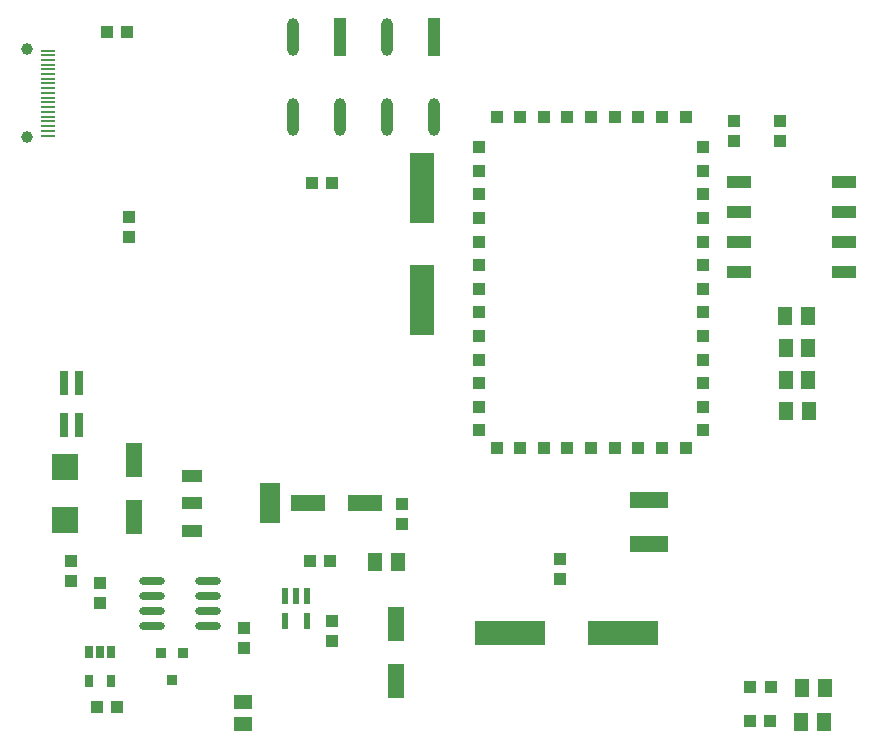
<source format=gtp>
%FSLAX42Y42*%
%MOMM*%
G71*
G01*
G75*
G04 Layer_Color=8421504*
%ADD10R,1.30X1.50*%
%ADD11R,1.00X1.10*%
%ADD12R,1.10X1.00*%
%ADD13O,2.20X0.60*%
%ADD14R,1.50X1.30*%
%ADD15R,1.40X3.00*%
%ADD16R,3.00X1.40*%
%ADD17O,1.00X3.20*%
%ADD18R,1.00X3.20*%
%ADD19R,2.00X1.10*%
%ADD20R,6.00X2.00*%
%ADD21R,2.00X6.00*%
%ADD22R,0.80X2.00*%
%ADD23R,1.75X3.50*%
%ADD24R,1.75X1.10*%
%ADD25R,1.75X1.10*%
%ADD26R,2.30X2.30*%
%ADD27R,0.90X0.95*%
%ADD28R,0.90X0.95*%
%ADD29R,0.65X1.10*%
%ADD30R,0.55X1.45*%
%ADD31R,0.55X1.45*%
%ADD32R,1.00X1.00*%
%ADD33R,3.30X1.40*%
%ADD34C,1.00*%
%ADD35R,1.20X0.23*%
%ADD36C,0.40*%
%ADD37C,0.45*%
%ADD38C,0.25*%
%ADD39C,0.60*%
%ADD40C,0.25*%
%ADD41C,0.30*%
%ADD42C,1.52*%
%ADD43C,3.22*%
%ADD44C,1.68*%
%ADD45C,1.50*%
%ADD46R,1.50X1.50*%
%ADD47R,1.50X1.50*%
%ADD48C,1.85*%
%ADD49R,1.85X1.85*%
G04:AMPARAMS|DCode=50|XSize=1.25mm|YSize=2mm|CornerRadius=0.31mm|HoleSize=0mm|Usage=FLASHONLY|Rotation=270.000|XOffset=0mm|YOffset=0mm|HoleType=Round|Shape=RoundedRectangle|*
%AMROUNDEDRECTD50*
21,1,1.25,1.38,0,0,270.0*
21,1,0.63,2.00,0,0,270.0*
1,1,0.63,-0.69,-0.31*
1,1,0.63,-0.69,0.31*
1,1,0.63,0.69,0.31*
1,1,0.63,0.69,-0.31*
%
%ADD50ROUNDEDRECTD50*%
G04:AMPARAMS|DCode=51|XSize=1.25mm|YSize=1.8mm|CornerRadius=0.31mm|HoleSize=0mm|Usage=FLASHONLY|Rotation=270.000|XOffset=0mm|YOffset=0mm|HoleType=Round|Shape=RoundedRectangle|*
%AMROUNDEDRECTD51*
21,1,1.25,1.18,0,0,270.0*
21,1,0.63,1.80,0,0,270.0*
1,1,0.63,-0.59,-0.31*
1,1,0.63,-0.59,0.31*
1,1,0.63,0.59,0.31*
1,1,0.63,0.59,-0.31*
%
%ADD51ROUNDEDRECTD51*%
%ADD52C,0.70*%
%ADD53C,0.66*%
%ADD54O,0.85X0.30*%
%ADD55O,0.30X0.85*%
%ADD56R,2.80X2.80*%
%ADD57O,0.25X0.75*%
%ADD58O,0.75X0.25*%
%ADD59R,3.80X3.80*%
%ADD60R,1.70X1.10*%
%ADD61R,1.40X3.30*%
%ADD62R,2.00X0.70*%
%ADD63C,0.50*%
%ADD64C,0.10*%
%ADD65C,0.20*%
%ADD66C,0.10*%
%ADD67C,0.80*%
%ADD68C,0.13*%
%ADD69C,0.20*%
%ADD70R,0.70X0.60*%
%ADD71R,0.60X0.70*%
D10*
X594Y1219D02*
D03*
X784D02*
D03*
X597Y949D02*
D03*
X787D02*
D03*
X597Y679D02*
D03*
X787D02*
D03*
X602Y414D02*
D03*
X792D02*
D03*
X919Y-2219D02*
D03*
X729D02*
D03*
X927Y-1929D02*
D03*
X737D02*
D03*
X-2686Y-861D02*
D03*
X-2876D02*
D03*
D11*
X-4962Y2056D02*
D03*
Y1886D02*
D03*
X550Y2704D02*
D03*
Y2874D02*
D03*
X163Y2868D02*
D03*
Y2698D02*
D03*
X-1315Y-1006D02*
D03*
Y-836D02*
D03*
X-2653Y-543D02*
D03*
Y-373D02*
D03*
X-5452Y-854D02*
D03*
Y-1024D02*
D03*
X-5212Y-1044D02*
D03*
Y-1214D02*
D03*
X-3992Y-1419D02*
D03*
Y-1589D02*
D03*
X-3240Y-1364D02*
D03*
Y-1534D02*
D03*
D12*
X299Y-1925D02*
D03*
X469D02*
D03*
X297Y-2212D02*
D03*
X467D02*
D03*
X-5151Y3623D02*
D03*
X-4981D02*
D03*
X-3411Y2343D02*
D03*
X-3241D02*
D03*
X-3262Y-855D02*
D03*
X-3432D02*
D03*
X-5067Y-2088D02*
D03*
X-5237D02*
D03*
D13*
X-4292Y-1403D02*
D03*
Y-1276D02*
D03*
Y-1149D02*
D03*
Y-1022D02*
D03*
X-4772Y-1403D02*
D03*
Y-1276D02*
D03*
Y-1149D02*
D03*
Y-1022D02*
D03*
D14*
X-3994Y-2239D02*
D03*
Y-2049D02*
D03*
D15*
X-4922Y-480D02*
D03*
Y0D02*
D03*
X-2700Y-1392D02*
D03*
Y-1873D02*
D03*
D16*
X-3443Y-362D02*
D03*
X-2962D02*
D03*
D17*
X-2777Y2902D02*
D03*
X-2377D02*
D03*
X-2777Y3583D02*
D03*
X-3577Y2902D02*
D03*
X-3177D02*
D03*
X-3577Y3583D02*
D03*
D18*
X-2377Y3583D02*
D03*
X-3177Y3583D02*
D03*
D19*
X1090Y1588D02*
D03*
X200D02*
D03*
Y2350D02*
D03*
Y2096D02*
D03*
Y1842D02*
D03*
X1090D02*
D03*
Y2096D02*
D03*
Y2350D02*
D03*
D20*
X-782Y-1465D02*
D03*
X-1733D02*
D03*
D21*
X-2480Y2305D02*
D03*
Y1355D02*
D03*
D22*
X-5383Y295D02*
D03*
X-5510D02*
D03*
X-5383Y650D02*
D03*
X-5510D02*
D03*
D23*
X-3770Y-367D02*
D03*
D24*
X-4430Y-597D02*
D03*
Y-367D02*
D03*
D25*
Y-138D02*
D03*
D26*
X-5508Y-60D02*
D03*
Y-510D02*
D03*
D27*
X-4598Y-1865D02*
D03*
X-4503Y-1630D02*
D03*
D28*
X-4693D02*
D03*
D29*
X-5112Y-1867D02*
D03*
X-5303D02*
D03*
Y-1627D02*
D03*
X-5208D02*
D03*
X-5112D02*
D03*
D30*
X-3455Y-1150D02*
D03*
D31*
X-3550Y-1150D02*
D03*
X-3645D02*
D03*
Y-1365D02*
D03*
X-3455D02*
D03*
D32*
X-1850Y2900D02*
D03*
X-1650D02*
D03*
X-1450D02*
D03*
X-1250D02*
D03*
X-1050D02*
D03*
X-850D02*
D03*
X-650D02*
D03*
X-450D02*
D03*
X-250D02*
D03*
X-100Y2650D02*
D03*
Y2450D02*
D03*
Y2250D02*
D03*
Y2050D02*
D03*
Y1850D02*
D03*
Y1650D02*
D03*
Y1450D02*
D03*
Y1250D02*
D03*
Y1050D02*
D03*
Y850D02*
D03*
Y650D02*
D03*
Y450D02*
D03*
Y250D02*
D03*
X-250Y100D02*
D03*
X-450D02*
D03*
X-650D02*
D03*
X-850D02*
D03*
X-1050D02*
D03*
X-1250D02*
D03*
X-1450D02*
D03*
X-1650D02*
D03*
X-1850D02*
D03*
X-2000Y250D02*
D03*
Y450D02*
D03*
Y650D02*
D03*
Y850D02*
D03*
Y1050D02*
D03*
Y1250D02*
D03*
Y1450D02*
D03*
Y1650D02*
D03*
Y1850D02*
D03*
Y2050D02*
D03*
Y2250D02*
D03*
Y2450D02*
D03*
Y2650D02*
D03*
D33*
X-560Y-335D02*
D03*
Y-715D02*
D03*
D34*
X-5828Y2732D02*
D03*
Y3483D02*
D03*
D35*
X-5648Y2747D02*
D03*
Y2788D02*
D03*
Y2828D02*
D03*
Y2868D02*
D03*
Y2908D02*
D03*
Y2948D02*
D03*
Y2988D02*
D03*
Y3028D02*
D03*
Y3068D02*
D03*
Y3108D02*
D03*
Y3148D02*
D03*
Y3188D02*
D03*
Y3228D02*
D03*
Y3267D02*
D03*
Y3308D02*
D03*
Y3347D02*
D03*
Y3388D02*
D03*
Y3428D02*
D03*
Y3467D02*
D03*
M02*

</source>
